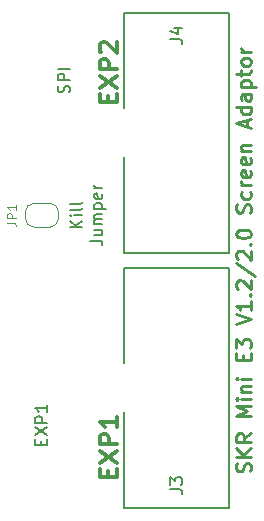
<source format=gbr>
G04 #@! TF.GenerationSoftware,KiCad,Pcbnew,(5.1.5)-3*
G04 #@! TF.CreationDate,2021-11-14T23:27:47-05:00*
G04 #@! TF.ProjectId,SKR-Mini_Screen,534b522d-4d69-46e6-995f-53637265656e,rev?*
G04 #@! TF.SameCoordinates,Original*
G04 #@! TF.FileFunction,Legend,Top*
G04 #@! TF.FilePolarity,Positive*
%FSLAX46Y46*%
G04 Gerber Fmt 4.6, Leading zero omitted, Abs format (unit mm)*
G04 Created by KiCad (PCBNEW (5.1.5)-3) date 2021-11-14 23:27:47*
%MOMM*%
%LPD*%
G04 APERTURE LIST*
%ADD10C,0.250000*%
%ADD11C,0.150000*%
%ADD12C,0.300000*%
%ADD13C,0.200000*%
%ADD14C,0.120000*%
G04 APERTURE END LIST*
D10*
X144650952Y-124566904D02*
X144710476Y-124388333D01*
X144710476Y-124090714D01*
X144650952Y-123971666D01*
X144591428Y-123912142D01*
X144472380Y-123852619D01*
X144353333Y-123852619D01*
X144234285Y-123912142D01*
X144174761Y-123971666D01*
X144115238Y-124090714D01*
X144055714Y-124328809D01*
X143996190Y-124447857D01*
X143936666Y-124507380D01*
X143817619Y-124566904D01*
X143698571Y-124566904D01*
X143579523Y-124507380D01*
X143520000Y-124447857D01*
X143460476Y-124328809D01*
X143460476Y-124031190D01*
X143520000Y-123852619D01*
X144710476Y-123316904D02*
X143460476Y-123316904D01*
X144710476Y-122602619D02*
X143996190Y-123138333D01*
X143460476Y-122602619D02*
X144174761Y-123316904D01*
X144710476Y-121352619D02*
X144115238Y-121769285D01*
X144710476Y-122066904D02*
X143460476Y-122066904D01*
X143460476Y-121590714D01*
X143520000Y-121471666D01*
X143579523Y-121412142D01*
X143698571Y-121352619D01*
X143877142Y-121352619D01*
X143996190Y-121412142D01*
X144055714Y-121471666D01*
X144115238Y-121590714D01*
X144115238Y-122066904D01*
X144710476Y-119864523D02*
X143460476Y-119864523D01*
X144353333Y-119447857D01*
X143460476Y-119031190D01*
X144710476Y-119031190D01*
X144710476Y-118435952D02*
X143877142Y-118435952D01*
X143460476Y-118435952D02*
X143520000Y-118495476D01*
X143579523Y-118435952D01*
X143520000Y-118376428D01*
X143460476Y-118435952D01*
X143579523Y-118435952D01*
X143877142Y-117840714D02*
X144710476Y-117840714D01*
X143996190Y-117840714D02*
X143936666Y-117781190D01*
X143877142Y-117662142D01*
X143877142Y-117483571D01*
X143936666Y-117364523D01*
X144055714Y-117305000D01*
X144710476Y-117305000D01*
X144710476Y-116709761D02*
X143877142Y-116709761D01*
X143460476Y-116709761D02*
X143520000Y-116769285D01*
X143579523Y-116709761D01*
X143520000Y-116650238D01*
X143460476Y-116709761D01*
X143579523Y-116709761D01*
X144055714Y-115162142D02*
X144055714Y-114745476D01*
X144710476Y-114566904D02*
X144710476Y-115162142D01*
X143460476Y-115162142D01*
X143460476Y-114566904D01*
X143460476Y-114150238D02*
X143460476Y-113376428D01*
X143936666Y-113793095D01*
X143936666Y-113614523D01*
X143996190Y-113495476D01*
X144055714Y-113435952D01*
X144174761Y-113376428D01*
X144472380Y-113376428D01*
X144591428Y-113435952D01*
X144650952Y-113495476D01*
X144710476Y-113614523D01*
X144710476Y-113971666D01*
X144650952Y-114090714D01*
X144591428Y-114150238D01*
X143460476Y-112066904D02*
X144710476Y-111650238D01*
X143460476Y-111233571D01*
X144710476Y-110162142D02*
X144710476Y-110876428D01*
X144710476Y-110519285D02*
X143460476Y-110519285D01*
X143639047Y-110638333D01*
X143758095Y-110757380D01*
X143817619Y-110876428D01*
X144591428Y-109626428D02*
X144650952Y-109566904D01*
X144710476Y-109626428D01*
X144650952Y-109685952D01*
X144591428Y-109626428D01*
X144710476Y-109626428D01*
X143579523Y-109090714D02*
X143520000Y-109031190D01*
X143460476Y-108912142D01*
X143460476Y-108614523D01*
X143520000Y-108495476D01*
X143579523Y-108435952D01*
X143698571Y-108376428D01*
X143817619Y-108376428D01*
X143996190Y-108435952D01*
X144710476Y-109150238D01*
X144710476Y-108376428D01*
X143400952Y-106947857D02*
X145008095Y-108019285D01*
X143579523Y-106590714D02*
X143520000Y-106531190D01*
X143460476Y-106412142D01*
X143460476Y-106114523D01*
X143520000Y-105995476D01*
X143579523Y-105935952D01*
X143698571Y-105876428D01*
X143817619Y-105876428D01*
X143996190Y-105935952D01*
X144710476Y-106650238D01*
X144710476Y-105876428D01*
X144591428Y-105340714D02*
X144650952Y-105281190D01*
X144710476Y-105340714D01*
X144650952Y-105400238D01*
X144591428Y-105340714D01*
X144710476Y-105340714D01*
X143460476Y-104507380D02*
X143460476Y-104388333D01*
X143520000Y-104269285D01*
X143579523Y-104209761D01*
X143698571Y-104150238D01*
X143936666Y-104090714D01*
X144234285Y-104090714D01*
X144472380Y-104150238D01*
X144591428Y-104209761D01*
X144650952Y-104269285D01*
X144710476Y-104388333D01*
X144710476Y-104507380D01*
X144650952Y-104626428D01*
X144591428Y-104685952D01*
X144472380Y-104745476D01*
X144234285Y-104805000D01*
X143936666Y-104805000D01*
X143698571Y-104745476D01*
X143579523Y-104685952D01*
X143520000Y-104626428D01*
X143460476Y-104507380D01*
X144650952Y-102662142D02*
X144710476Y-102483571D01*
X144710476Y-102185952D01*
X144650952Y-102066904D01*
X144591428Y-102007380D01*
X144472380Y-101947857D01*
X144353333Y-101947857D01*
X144234285Y-102007380D01*
X144174761Y-102066904D01*
X144115238Y-102185952D01*
X144055714Y-102424047D01*
X143996190Y-102543095D01*
X143936666Y-102602619D01*
X143817619Y-102662142D01*
X143698571Y-102662142D01*
X143579523Y-102602619D01*
X143520000Y-102543095D01*
X143460476Y-102424047D01*
X143460476Y-102126428D01*
X143520000Y-101947857D01*
X144650952Y-100876428D02*
X144710476Y-100995476D01*
X144710476Y-101233571D01*
X144650952Y-101352619D01*
X144591428Y-101412142D01*
X144472380Y-101471666D01*
X144115238Y-101471666D01*
X143996190Y-101412142D01*
X143936666Y-101352619D01*
X143877142Y-101233571D01*
X143877142Y-100995476D01*
X143936666Y-100876428D01*
X144710476Y-100340714D02*
X143877142Y-100340714D01*
X144115238Y-100340714D02*
X143996190Y-100281190D01*
X143936666Y-100221666D01*
X143877142Y-100102619D01*
X143877142Y-99983571D01*
X144650952Y-99090714D02*
X144710476Y-99209761D01*
X144710476Y-99447857D01*
X144650952Y-99566904D01*
X144531904Y-99626428D01*
X144055714Y-99626428D01*
X143936666Y-99566904D01*
X143877142Y-99447857D01*
X143877142Y-99209761D01*
X143936666Y-99090714D01*
X144055714Y-99031190D01*
X144174761Y-99031190D01*
X144293809Y-99626428D01*
X144650952Y-98019285D02*
X144710476Y-98138333D01*
X144710476Y-98376428D01*
X144650952Y-98495476D01*
X144531904Y-98555000D01*
X144055714Y-98555000D01*
X143936666Y-98495476D01*
X143877142Y-98376428D01*
X143877142Y-98138333D01*
X143936666Y-98019285D01*
X144055714Y-97959761D01*
X144174761Y-97959761D01*
X144293809Y-98555000D01*
X143877142Y-97424047D02*
X144710476Y-97424047D01*
X143996190Y-97424047D02*
X143936666Y-97364523D01*
X143877142Y-97245476D01*
X143877142Y-97066904D01*
X143936666Y-96947857D01*
X144055714Y-96888333D01*
X144710476Y-96888333D01*
X144353333Y-95400238D02*
X144353333Y-94805000D01*
X144710476Y-95519285D02*
X143460476Y-95102619D01*
X144710476Y-94685952D01*
X144710476Y-93733571D02*
X143460476Y-93733571D01*
X144650952Y-93733571D02*
X144710476Y-93852619D01*
X144710476Y-94090714D01*
X144650952Y-94209761D01*
X144591428Y-94269285D01*
X144472380Y-94328809D01*
X144115238Y-94328809D01*
X143996190Y-94269285D01*
X143936666Y-94209761D01*
X143877142Y-94090714D01*
X143877142Y-93852619D01*
X143936666Y-93733571D01*
X144710476Y-92602619D02*
X144055714Y-92602619D01*
X143936666Y-92662142D01*
X143877142Y-92781190D01*
X143877142Y-93019285D01*
X143936666Y-93138333D01*
X144650952Y-92602619D02*
X144710476Y-92721666D01*
X144710476Y-93019285D01*
X144650952Y-93138333D01*
X144531904Y-93197857D01*
X144412857Y-93197857D01*
X144293809Y-93138333D01*
X144234285Y-93019285D01*
X144234285Y-92721666D01*
X144174761Y-92602619D01*
X143877142Y-92007380D02*
X145127142Y-92007380D01*
X143936666Y-92007380D02*
X143877142Y-91888333D01*
X143877142Y-91650238D01*
X143936666Y-91531190D01*
X143996190Y-91471666D01*
X144115238Y-91412142D01*
X144472380Y-91412142D01*
X144591428Y-91471666D01*
X144650952Y-91531190D01*
X144710476Y-91650238D01*
X144710476Y-91888333D01*
X144650952Y-92007380D01*
X143877142Y-91055000D02*
X143877142Y-90578809D01*
X143460476Y-90876428D02*
X144531904Y-90876428D01*
X144650952Y-90816904D01*
X144710476Y-90697857D01*
X144710476Y-90578809D01*
X144710476Y-89983571D02*
X144650952Y-90102619D01*
X144591428Y-90162142D01*
X144472380Y-90221666D01*
X144115238Y-90221666D01*
X143996190Y-90162142D01*
X143936666Y-90102619D01*
X143877142Y-89983571D01*
X143877142Y-89805000D01*
X143936666Y-89685952D01*
X143996190Y-89626428D01*
X144115238Y-89566904D01*
X144472380Y-89566904D01*
X144591428Y-89626428D01*
X144650952Y-89685952D01*
X144710476Y-89805000D01*
X144710476Y-89983571D01*
X144710476Y-89031190D02*
X143877142Y-89031190D01*
X144115238Y-89031190D02*
X143996190Y-88971666D01*
X143936666Y-88912142D01*
X143877142Y-88793095D01*
X143877142Y-88674047D01*
D11*
X126928571Y-122316666D02*
X126928571Y-121983333D01*
X127452380Y-121840476D02*
X127452380Y-122316666D01*
X126452380Y-122316666D01*
X126452380Y-121840476D01*
X126452380Y-121507142D02*
X127452380Y-120840476D01*
X126452380Y-120840476D02*
X127452380Y-121507142D01*
X127452380Y-120459523D02*
X126452380Y-120459523D01*
X126452380Y-120078571D01*
X126500000Y-119983333D01*
X126547619Y-119935714D01*
X126642857Y-119888095D01*
X126785714Y-119888095D01*
X126880952Y-119935714D01*
X126928571Y-119983333D01*
X126976190Y-120078571D01*
X126976190Y-120459523D01*
X127452380Y-118935714D02*
X127452380Y-119507142D01*
X127452380Y-119221428D02*
X126452380Y-119221428D01*
X126595238Y-119316666D01*
X126690476Y-119411904D01*
X126738095Y-119507142D01*
X129309761Y-92463809D02*
X129357380Y-92320952D01*
X129357380Y-92082857D01*
X129309761Y-91987619D01*
X129262142Y-91940000D01*
X129166904Y-91892380D01*
X129071666Y-91892380D01*
X128976428Y-91940000D01*
X128928809Y-91987619D01*
X128881190Y-92082857D01*
X128833571Y-92273333D01*
X128785952Y-92368571D01*
X128738333Y-92416190D01*
X128643095Y-92463809D01*
X128547857Y-92463809D01*
X128452619Y-92416190D01*
X128405000Y-92368571D01*
X128357380Y-92273333D01*
X128357380Y-92035238D01*
X128405000Y-91892380D01*
X129357380Y-91463809D02*
X128357380Y-91463809D01*
X128357380Y-91082857D01*
X128405000Y-90987619D01*
X128452619Y-90940000D01*
X128547857Y-90892380D01*
X128690714Y-90892380D01*
X128785952Y-90940000D01*
X128833571Y-90987619D01*
X128881190Y-91082857D01*
X128881190Y-91463809D01*
X129357380Y-90463809D02*
X128357380Y-90463809D01*
D12*
X132607857Y-93305000D02*
X132607857Y-92805000D01*
X133393571Y-92590714D02*
X133393571Y-93305000D01*
X131893571Y-93305000D01*
X131893571Y-92590714D01*
X131893571Y-92090714D02*
X133393571Y-91090714D01*
X131893571Y-91090714D02*
X133393571Y-92090714D01*
X133393571Y-90519285D02*
X131893571Y-90519285D01*
X131893571Y-89947857D01*
X131965000Y-89805000D01*
X132036428Y-89733571D01*
X132179285Y-89662142D01*
X132393571Y-89662142D01*
X132536428Y-89733571D01*
X132607857Y-89805000D01*
X132679285Y-89947857D01*
X132679285Y-90519285D01*
X132036428Y-89090714D02*
X131965000Y-89019285D01*
X131893571Y-88876428D01*
X131893571Y-88519285D01*
X131965000Y-88376428D01*
X132036428Y-88305000D01*
X132179285Y-88233571D01*
X132322142Y-88233571D01*
X132536428Y-88305000D01*
X133393571Y-89162142D01*
X133393571Y-88233571D01*
X132607857Y-125055000D02*
X132607857Y-124555000D01*
X133393571Y-124340714D02*
X133393571Y-125055000D01*
X131893571Y-125055000D01*
X131893571Y-124340714D01*
X131893571Y-123840714D02*
X133393571Y-122840714D01*
X131893571Y-122840714D02*
X133393571Y-123840714D01*
X133393571Y-122269285D02*
X131893571Y-122269285D01*
X131893571Y-121697857D01*
X131965000Y-121555000D01*
X132036428Y-121483571D01*
X132179285Y-121412142D01*
X132393571Y-121412142D01*
X132536428Y-121483571D01*
X132607857Y-121555000D01*
X132679285Y-121697857D01*
X132679285Y-122269285D01*
X133393571Y-119983571D02*
X133393571Y-120840714D01*
X133393571Y-120412142D02*
X131893571Y-120412142D01*
X132107857Y-120555000D01*
X132250714Y-120697857D01*
X132322142Y-120840714D01*
D13*
X130412380Y-103893809D02*
X129412380Y-103893809D01*
X130412380Y-103322380D02*
X129840952Y-103750952D01*
X129412380Y-103322380D02*
X129983809Y-103893809D01*
X130412380Y-102893809D02*
X129745714Y-102893809D01*
X129412380Y-102893809D02*
X129460000Y-102941428D01*
X129507619Y-102893809D01*
X129460000Y-102846190D01*
X129412380Y-102893809D01*
X129507619Y-102893809D01*
X130412380Y-102274761D02*
X130364761Y-102370000D01*
X130269523Y-102417619D01*
X129412380Y-102417619D01*
X130412380Y-101750952D02*
X130364761Y-101846190D01*
X130269523Y-101893809D01*
X129412380Y-101893809D01*
X131112380Y-105036666D02*
X131826666Y-105036666D01*
X131969523Y-105084285D01*
X132064761Y-105179523D01*
X132112380Y-105322380D01*
X132112380Y-105417619D01*
X131445714Y-104131904D02*
X132112380Y-104131904D01*
X131445714Y-104560476D02*
X131969523Y-104560476D01*
X132064761Y-104512857D01*
X132112380Y-104417619D01*
X132112380Y-104274761D01*
X132064761Y-104179523D01*
X132017142Y-104131904D01*
X132112380Y-103655714D02*
X131445714Y-103655714D01*
X131540952Y-103655714D02*
X131493333Y-103608095D01*
X131445714Y-103512857D01*
X131445714Y-103370000D01*
X131493333Y-103274761D01*
X131588571Y-103227142D01*
X132112380Y-103227142D01*
X131588571Y-103227142D02*
X131493333Y-103179523D01*
X131445714Y-103084285D01*
X131445714Y-102941428D01*
X131493333Y-102846190D01*
X131588571Y-102798571D01*
X132112380Y-102798571D01*
X131445714Y-102322380D02*
X132445714Y-102322380D01*
X131493333Y-102322380D02*
X131445714Y-102227142D01*
X131445714Y-102036666D01*
X131493333Y-101941428D01*
X131540952Y-101893809D01*
X131636190Y-101846190D01*
X131921904Y-101846190D01*
X132017142Y-101893809D01*
X132064761Y-101941428D01*
X132112380Y-102036666D01*
X132112380Y-102227142D01*
X132064761Y-102322380D01*
X132064761Y-101036666D02*
X132112380Y-101131904D01*
X132112380Y-101322380D01*
X132064761Y-101417619D01*
X131969523Y-101465238D01*
X131588571Y-101465238D01*
X131493333Y-101417619D01*
X131445714Y-101322380D01*
X131445714Y-101131904D01*
X131493333Y-101036666D01*
X131588571Y-100989047D01*
X131683809Y-100989047D01*
X131779047Y-101465238D01*
X132112380Y-100560476D02*
X131445714Y-100560476D01*
X131636190Y-100560476D02*
X131540952Y-100512857D01*
X131493333Y-100465238D01*
X131445714Y-100370000D01*
X131445714Y-100274761D01*
D14*
X126300000Y-101870000D02*
X127700000Y-101870000D01*
X128400000Y-102570000D02*
X128400000Y-103170000D01*
X127700000Y-103870000D02*
X126300000Y-103870000D01*
X125600000Y-103170000D02*
X125600000Y-102570000D01*
X125600000Y-102570000D02*
G75*
G02X126300000Y-101870000I700000J0D01*
G01*
X126300000Y-103870000D02*
G75*
G02X125600000Y-103170000I0J700000D01*
G01*
X128400000Y-103170000D02*
G75*
G02X127700000Y-103870000I-700000J0D01*
G01*
X127700000Y-101870000D02*
G75*
G02X128400000Y-102570000I0J-700000D01*
G01*
D11*
X133985000Y-106045000D02*
X133985000Y-97940000D01*
X142875000Y-106045000D02*
X133985000Y-106045000D01*
X142875000Y-95885000D02*
X142875000Y-106045000D01*
X142875000Y-95885000D02*
X142875000Y-85725000D01*
X133985000Y-93830000D02*
X133985000Y-85725000D01*
X133985000Y-85725000D02*
X142875000Y-85725000D01*
X133985000Y-127635000D02*
X133985000Y-119530000D01*
X142875000Y-127635000D02*
X133985000Y-127635000D01*
X142875000Y-117475000D02*
X142875000Y-127635000D01*
X142875000Y-117475000D02*
X142875000Y-107315000D01*
X133985000Y-115420000D02*
X133985000Y-107315000D01*
X133985000Y-107315000D02*
X142875000Y-107315000D01*
D14*
X124049285Y-103495000D02*
X124585000Y-103495000D01*
X124692142Y-103530714D01*
X124763571Y-103602142D01*
X124799285Y-103709285D01*
X124799285Y-103780714D01*
X124799285Y-103137857D02*
X124049285Y-103137857D01*
X124049285Y-102852142D01*
X124085000Y-102780714D01*
X124120714Y-102745000D01*
X124192142Y-102709285D01*
X124299285Y-102709285D01*
X124370714Y-102745000D01*
X124406428Y-102780714D01*
X124442142Y-102852142D01*
X124442142Y-103137857D01*
X124799285Y-101995000D02*
X124799285Y-102423571D01*
X124799285Y-102209285D02*
X124049285Y-102209285D01*
X124156428Y-102280714D01*
X124227857Y-102352142D01*
X124263571Y-102423571D01*
D11*
X137882380Y-87963333D02*
X138596666Y-87963333D01*
X138739523Y-88010952D01*
X138834761Y-88106190D01*
X138882380Y-88249047D01*
X138882380Y-88344285D01*
X138215714Y-87058571D02*
X138882380Y-87058571D01*
X137834761Y-87296666D02*
X138549047Y-87534761D01*
X138549047Y-86915714D01*
X137882380Y-126063333D02*
X138596666Y-126063333D01*
X138739523Y-126110952D01*
X138834761Y-126206190D01*
X138882380Y-126349047D01*
X138882380Y-126444285D01*
X137882380Y-125682380D02*
X137882380Y-125063333D01*
X138263333Y-125396666D01*
X138263333Y-125253809D01*
X138310952Y-125158571D01*
X138358571Y-125110952D01*
X138453809Y-125063333D01*
X138691904Y-125063333D01*
X138787142Y-125110952D01*
X138834761Y-125158571D01*
X138882380Y-125253809D01*
X138882380Y-125539523D01*
X138834761Y-125634761D01*
X138787142Y-125682380D01*
M02*

</source>
